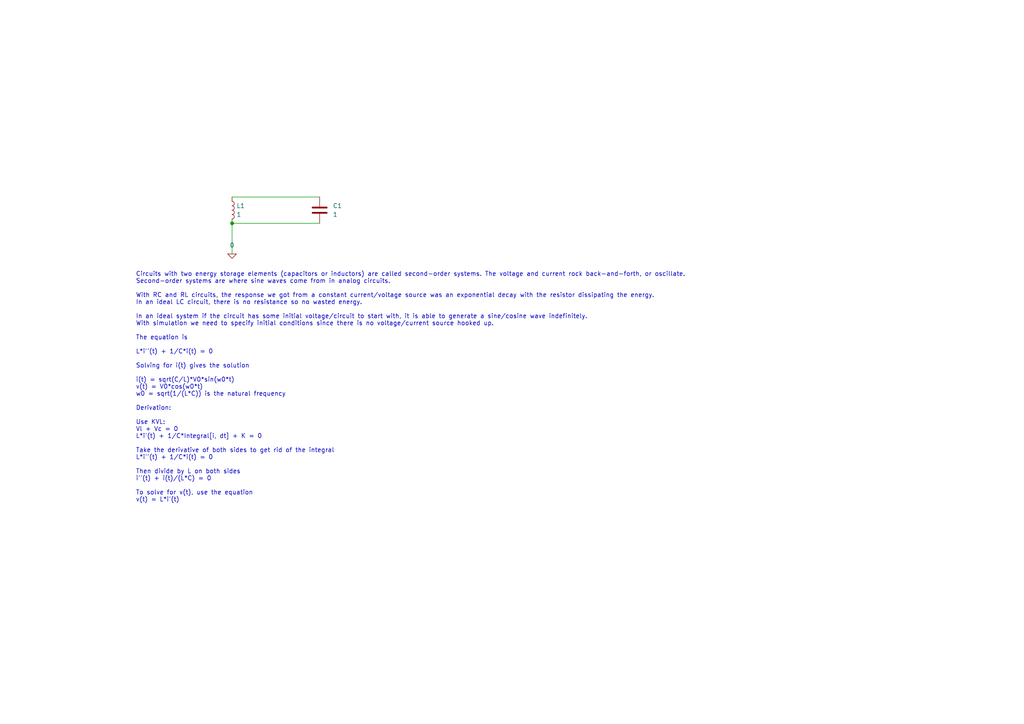
<source format=kicad_sch>
(kicad_sch (version 20230121) (generator eeschema)
  (paper "A4")
  (lib_symbols
    (symbol "Device:C" (pin_numbers hide) (pin_names (offset 0.254))
      (property "Reference" "C" (at 0.635 2.54 0))
      (property "Value" "C" (at 0.635 -2.54 0))
      (symbol "C_0_1"
        (polyline (pts (xy -2.032 -0.762) (xy 2.032 -0.762)) (stroke (width 0.508)))
        (polyline (pts (xy -2.032 0.762) (xy 2.032 0.762)) (stroke (width 0.508)))
      )
      (symbol "C_1_1"
        (pin passive line (at 0 3.81 270) (length 2.794) (name "~") (number "1"))
        (pin passive line (at 0 -3.81 90) (length 2.794) (name "~") (number "2"))
      )
    )
    (symbol "Device:L" (pin_numbers hide) (pin_names (offset 1.016) hide)
      (property "Reference" "L" (at -1.27 0 90))
      (property "Value" "L" (at 1.905 0 90))
      (symbol "L_0_1"
        (arc (start 0 -2.54) (mid 0.6323 -1.905) (end 0 -1.27))
        (arc (start 0 -1.27) (mid 0.6323 -0.635) (end 0 0))
        (arc (start 0 0) (mid 0.6323 0.635) (end 0 1.27))
        (arc (start 0 1.27) (mid 0.6323 1.905) (end 0 2.54))
      )
      (symbol "L_1_1"
        (pin passive line (at 0 3.81 270) (length 1.27) (name "1") (number "1"))
        (pin passive line (at 0 -3.81 90) (length 1.27) (name "2") (number "2"))
      )
    )
    (symbol "Simulation_SPICE:0" (power) (pin_names (offset 0))
      (property "Value" "0" (at 0 -1.778 0))
      (symbol "0_0_1"
        (polyline (pts (xy -1.27 0) (xy 0 -1.27) (xy 1.27 0) (xy -1.27 0)))
      )
      (symbol "0_1_1"
        (pin power_in line (at 0 0 0) (length 0) hide (name "0") (number "1"))
      )
    )
  )
  (junction (at 67.31 64.77))
  (wire (pts (xy 67.31 64.77) (xy 92.71 64.77)))
  (wire (pts (xy 67.31 57.15) (xy 92.71 57.15)))
  (wire (pts (xy 67.31 64.77) (xy 67.31 73.66)))
  (text "Circuits with two energy storage elements (capacitors or inductors) are called second-order systems. The voltage and current rock back-and-forth, or oscillate.\nSecond-order systems are where sine waves come from in analog circuits.\n\nWith RC and RL circuits, the response we got from a constant current/voltage source was an exponential decay with the resistor dissipating the energy.\nIn an ideal LC circuit, there is no resistance so no wasted energy.\n\nIn an ideal system if the circuit has some initial voltage/circuit to start with, it is able to generate a sine/cosine wave indefinitely.\nWith simulation we need to specify initial conditions since there is no voltage/current source hooked up.\n\nThe equation is\n\nL*i''(t) + 1/C*i(t) = 0\n\nSolving for i(t) gives the solution\n\ni(t) = sqrt(C/L)*V0*sin(w0*t)\nv(t) = V0*cos(w0*t)\nw0 = sqrt(1/(L*C)) is the natural frequency\n\nDerivation:\n\nUse KVL:\nVl + Vc = 0\nL*i'(t) + 1/C*Integral[i, dt] + K = 0\n\nTake the derivative of both sides to get rid of the integral\nL*i''(t) + 1/C*i(t) = 0\n\nThen divide by L on both sides\ni''(t) + i(t)/(L*C) = 0\n\nTo solve for v(t), use the equation\nv(t) = L*i'(t)\n\n\n" (at 39.37 149.86 0) (effects (font (size 1.27 1.27)) (justify left bottom)))
  (symbol (lib_id "Simulation_SPICE:0") (at 67.31 73.66 0) (unit 1)
    (property "Reference" "#GND01" (effects hide))
    (property "Value" "0" (at 67.31 71.12 0))
  )
  (symbol (lib_id "Device:C") (at 92.71 60.96 180) (unit 1)
    (property "Reference" "C1" (at 96.52 59.69 0) (effects (justify right)))
    (property "Value" "1" (at 96.52 62.23 0) (effects (justify right)))
  )
  (symbol (lib_id "Device:L") (at 67.31 60.96 0) (unit 1)
    (property "Reference" "L1" (at 68.58 59.69 0) (effects (justify left)))
    (property "Value" "1" (at 68.58 62.23 0) (effects (justify left)))
  )
)
</source>
